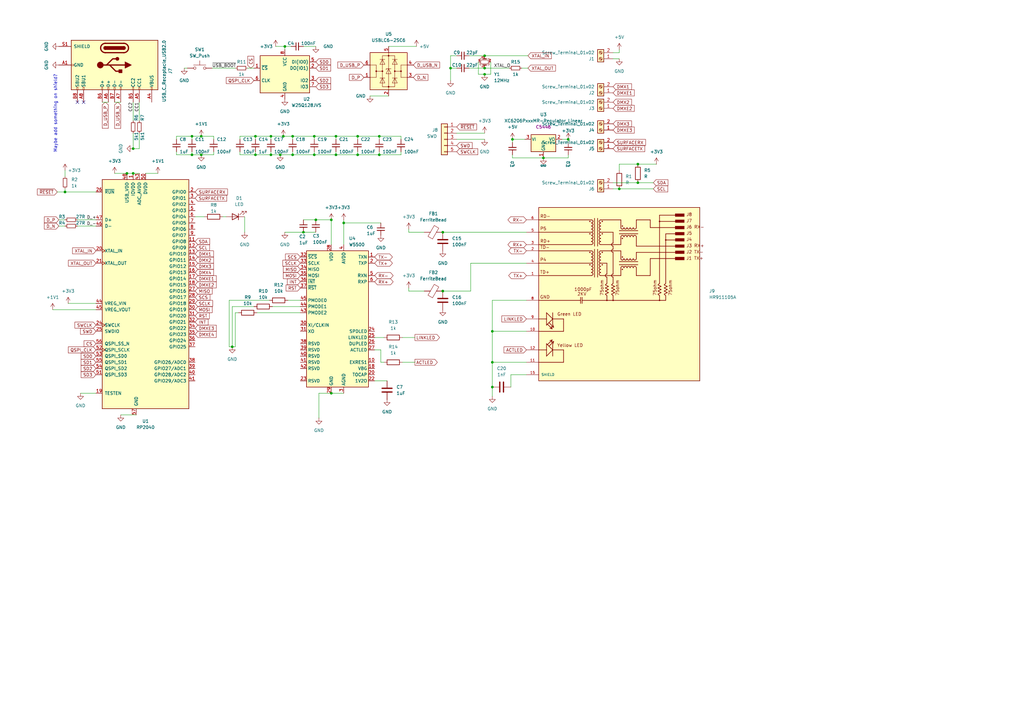
<source format=kicad_sch>
(kicad_sch (version 20250114) (generator "eeschema") (generator_version "9.0")
  (paper "A3")
  (text "Maybe add something on shield?" (at 23.495 30.48 90) (effects (font (size 1.27 1.27)) (justify right bottom)))
  (junction (at 233.045 57.15) (diameter 0.9144))
  (junction (at 181.61 119.38))
  (junction (at 222.885 64.77) (diameter 0.9144))
  (junction (at 201.93 148.59))
  (junction (at 124.46 95.25))
  (junction (at 201.93 158.75))
  (junction (at 54.61 60.96))
  (junction (at 137.795 63.5))
  (junction (at 116.205 55.88))
  (junction (at 120.015 55.88))
  (junction (at 26.67 78.74))
  (junction (at 95.25 142.24))
  (junction (at 111.125 63.5))
  (junction (at 120.015 63.5))
  (junction (at 210.185 57.15) (diameter 0.9144))
  (junction (at 155.575 63.5))
  (junction (at 198.755 27.94))
  (junction (at 135.89 161.29))
  (junction (at 78.74 63.5))
  (junction (at 184.785 27.94))
  (junction (at 261.62 67.31))
  (junction (at 201.93 135.89))
  (junction (at 128.905 55.88))
  (junction (at 135.89 90.17))
  (junction (at 104.775 55.88))
  (junction (at 116.84 19.05))
  (junction (at 129.54 90.17))
  (junction (at 78.74 55.88))
  (junction (at 155.575 55.88))
  (junction (at 82.55 55.88))
  (junction (at 146.685 55.88))
  (junction (at 198.755 22.86))
  (junction (at 114.935 63.5))
  (junction (at 146.685 63.5))
  (junction (at 181.61 95.25))
  (junction (at 261.62 74.93))
  (junction (at 137.795 55.88))
  (junction (at 198.755 30.48))
  (junction (at 104.775 63.5))
  (junction (at 140.97 91.44))
  (junction (at 82.55 63.5))
  (junction (at 128.905 63.5))
  (junction (at 52.07 71.12))
  (junction (at 254 77.47))
  (junction (at 54.61 71.12))
  (junction (at 111.125 55.88))
  (no_connect (at 31.75 41.91))
  (no_connect (at 34.29 41.91))
  (wire (pts (xy 111.125 55.88) (xy 111.125 57.15)))
  (wire (pts (xy 155.575 55.88) (xy 155.575 57.15)))
  (wire (pts (xy 201.93 148.59) (xy 201.93 158.75)))
  (wire (pts (xy 46.99 71.12) (xy 52.07 71.12)))
  (wire (pts (xy 120.015 63.5) (xy 120.015 62.23)))
  (wire (pts (xy 251.46 24.13) (xy 254 24.13)))
  (wire (pts (xy 72.39 63.5) (xy 78.74 63.5)))
  (wire (pts (xy 222.885 64.77) (xy 233.045 64.77)))
  (wire (pts (xy 146.685 55.88) (xy 155.575 55.88)))
  (wire (pts (xy 120.015 55.88) (xy 120.015 57.15)))
  (wire (pts (xy 215.9 123.19) (xy 201.93 123.19)))
  (wire (pts (xy 210.185 57.15) (xy 210.185 58.42)))
  (wire (pts (xy 49.53 170.18) (xy 55.88 170.18)))
  (wire (pts (xy 111.125 63.5) (xy 114.935 63.5)))
  (wire (pts (xy 146.685 55.88) (xy 146.685 57.15)))
  (wire (pts (xy 130.81 161.29) (xy 130.81 171.45)))
  (wire (pts (xy 104.14 125.73) (xy 95.25 125.73)))
  (wire (pts (xy 98.425 55.88) (xy 104.775 55.88)))
  (wire (pts (xy 129.54 90.17) (xy 135.89 90.17)))
  (wire (pts (xy 111.76 125.73) (xy 123.19 125.73)))
  (wire (pts (xy 130.81 161.29) (xy 135.89 161.29)))
  (wire (pts (xy 59.69 71.12) (xy 64.77 71.12)))
  (wire (pts (xy 137.795 63.5) (xy 146.685 63.5)))
  (wire (pts (xy 201.93 158.75) (xy 201.93 162.56)))
  (wire (pts (xy 198.755 27.94) (xy 208.915 27.94)))
  (wire (pts (xy 33.02 161.29) (xy 39.37 161.29)))
  (wire (pts (xy 167.64 93.98) (xy 167.64 95.25)))
  (wire (pts (xy 98.425 63.5) (xy 104.775 63.5)))
  (wire (pts (xy 52.07 71.12) (xy 54.61 71.12)))
  (wire (pts (xy 80.01 88.9) (xy 83.82 88.9)))
  (wire (pts (xy 118.11 123.19) (xy 123.19 123.19)))
  (wire (pts (xy 44.45 41.91) (xy 41.91 41.91)))
  (wire (pts (xy 233.045 63.5) (xy 233.045 64.77)))
  (wire (pts (xy 104.775 63.5) (xy 111.125 63.5)))
  (wire (pts (xy 57.15 41.91) (xy 57.15 49.53)))
  (wire (pts (xy 155.575 63.5) (xy 164.465 63.5)))
  (wire (pts (xy 98.425 62.23) (xy 98.425 63.5)))
  (wire (pts (xy 39.37 127) (xy 21.59 127)))
  (wire (pts (xy 97.79 128.27) (xy 96.52 128.27)))
  (wire (pts (xy 156.21 148.59) (xy 156.21 143.51)))
  (wire (pts (xy 57.15 60.96) (xy 54.61 60.96)))
  (wire (pts (xy 193.04 119.38) (xy 193.04 107.95)))
  (wire (pts (xy 146.685 63.5) (xy 155.575 63.5)))
  (wire (pts (xy 164.465 63.5) (xy 164.465 62.23)))
  (wire (pts (xy 78.74 63.5) (xy 82.55 63.5)))
  (wire (pts (xy 104.775 62.23) (xy 104.775 63.5)))
  (wire (pts (xy 192.405 27.94) (xy 198.755 27.94)))
  (wire (pts (xy 95.25 125.73) (xy 95.25 142.24)))
  (wire (pts (xy 267.97 77.47) (xy 254 77.47)))
  (wire (pts (xy 187.325 22.86) (xy 184.785 22.86)))
  (wire (pts (xy 164.465 55.88) (xy 164.465 57.15)))
  (wire (pts (xy 98.425 57.15) (xy 98.425 55.88)))
  (wire (pts (xy 54.61 71.12) (xy 57.15 71.12)))
  (wire (pts (xy 170.18 138.43) (xy 165.1 138.43)))
  (wire (pts (xy 26.67 77.47) (xy 26.67 78.74)))
  (wire (pts (xy 72.39 62.23) (xy 72.39 63.5)))
  (wire (pts (xy 78.74 55.88) (xy 72.39 55.88)))
  (wire (pts (xy 181.61 119.38) (xy 193.04 119.38)))
  (wire (pts (xy 137.795 62.23) (xy 137.795 63.5)))
  (wire (pts (xy 93.98 123.19) (xy 93.98 142.24)))
  (wire (pts (xy 193.04 107.95) (xy 215.9 107.95)))
  (wire (pts (xy 198.755 57.15) (xy 187.325 57.15)))
  (wire (pts (xy 215.9 135.89) (xy 201.93 135.89)))
  (wire (pts (xy 187.325 54.61) (xy 198.755 54.61)))
  (wire (pts (xy 26.67 69.85) (xy 26.67 72.39)))
  (wire (pts (xy 254 69.85) (xy 254 67.31)))
  (wire (pts (xy 116.205 55.88) (xy 120.015 55.88)))
  (wire (pts (xy 222.885 64.77) (xy 210.185 64.77)))
  (wire (pts (xy 201.93 148.59) (xy 215.9 148.59)))
  (wire (pts (xy 27.94 124.46) (xy 39.37 124.46)))
  (wire (pts (xy 233.045 57.15) (xy 233.045 58.42)))
  (wire (pts (xy 114.935 63.5) (xy 120.015 63.5)))
  (wire (pts (xy 210.185 63.5) (xy 210.185 64.77)))
  (wire (pts (xy 128.905 55.88) (xy 128.905 57.15)))
  (wire (pts (xy 267.97 74.93) (xy 261.62 74.93)))
  (wire (pts (xy 209.55 153.67) (xy 209.55 158.75)))
  (wire (pts (xy 159.385 19.05) (xy 170.815 19.05)))
  (wire (pts (xy 116.84 95.25) (xy 124.46 95.25)))
  (wire (pts (xy 157.48 138.43) (xy 153.67 138.43)))
  (wire (pts (xy 105.41 128.27) (xy 123.19 128.27)))
  (wire (pts (xy 54.61 54.61) (xy 54.61 60.96)))
  (wire (pts (xy 261.62 74.93) (xy 251.46 74.93)))
  (wire (pts (xy 113.03 19.05) (xy 116.84 19.05)))
  (wire (pts (xy 173.99 119.38) (xy 167.64 119.38)))
  (wire (pts (xy 140.97 90.17) (xy 140.97 91.44)))
  (wire (pts (xy 155.575 63.5) (xy 155.575 62.23)))
  (wire (pts (xy 54.61 41.91) (xy 54.61 49.53)))
  (wire (pts (xy 184.785 27.94) (xy 187.325 27.94)))
  (wire (pts (xy 155.575 55.88) (xy 164.465 55.88)))
  (wire (pts (xy 201.93 135.89) (xy 201.93 148.59)))
  (wire (pts (xy 184.785 27.94) (xy 184.785 33.02)))
  (wire (pts (xy 110.49 123.19) (xy 93.98 123.19)))
  (wire (pts (xy 111.125 62.23) (xy 111.125 63.5)))
  (wire (pts (xy 124.46 95.25) (xy 129.54 95.25)))
  (wire (pts (xy 31.75 90.17) (xy 39.37 90.17)))
  (wire (pts (xy 82.55 63.5) (xy 87.63 63.5)))
  (wire (pts (xy 157.48 148.59) (xy 156.21 148.59)))
  (wire (pts (xy 196.215 30.48) (xy 198.755 30.48)))
  (wire (pts (xy 135.89 161.29) (xy 140.97 161.29)))
  (wire (pts (xy 254 77.47) (xy 251.46 77.47)))
  (wire (pts (xy 153.67 156.21) (xy 158.75 156.21)))
  (wire (pts (xy 128.905 55.88) (xy 137.795 55.88)))
  (wire (pts (xy 140.97 91.44) (xy 156.21 91.44)))
  (wire (pts (xy 86.995 27.94) (xy 96.52 27.94)))
  (wire (pts (xy 254 67.31) (xy 261.62 67.31)))
  (wire (pts (xy 104.775 55.88) (xy 104.775 57.15)))
  (wire (pts (xy 75.565 27.94) (xy 76.835 27.94)))
  (wire (pts (xy 82.55 55.88) (xy 78.74 55.88)))
  (wire (pts (xy 24.13 90.17) (xy 26.67 90.17)))
  (wire (pts (xy 100.33 88.9) (xy 100.33 95.25)))
  (wire (pts (xy 210.185 57.15) (xy 215.265 57.15)))
  (wire (pts (xy 251.46 21.59) (xy 254 21.59)))
  (wire (pts (xy 111.125 55.88) (xy 104.775 55.88)))
  (wire (pts (xy 111.125 55.88) (xy 116.205 55.88)))
  (wire (pts (xy 78.74 55.88) (xy 78.74 57.15)))
  (wire (pts (xy 120.015 63.5) (xy 128.905 63.5)))
  (wire (pts (xy 230.505 57.15) (xy 233.045 57.15)))
  (wire (pts (xy 181.61 95.25) (xy 215.9 95.25)))
  (wire (pts (xy 137.795 55.88) (xy 146.685 55.88)))
  (wire (pts (xy 23.495 78.74) (xy 26.67 78.74)))
  (wire (pts (xy 151.765 39.37) (xy 159.385 39.37)))
  (wire (pts (xy 198.755 22.86) (xy 216.535 22.86)))
  (wire (pts (xy 101.6 27.94) (xy 104.14 27.94)))
  (wire (pts (xy 72.39 55.88) (xy 72.39 57.15)))
  (wire (pts (xy 146.685 62.23) (xy 146.685 63.5)))
  (wire (pts (xy 87.63 63.5) (xy 87.63 62.23)))
  (wire (pts (xy 196.215 25.4) (xy 196.215 30.48)))
  (wire (pts (xy 128.905 63.5) (xy 137.795 63.5)))
  (wire (pts (xy 192.405 22.86) (xy 198.755 22.86)))
  (wire (pts (xy 184.785 22.86) (xy 184.785 27.94)))
  (wire (pts (xy 93.98 142.24) (xy 95.25 142.24)))
  (wire (pts (xy 91.44 88.9) (xy 92.71 88.9)))
  (wire (pts (xy 57.15 54.61) (xy 57.15 60.96)))
  (wire (pts (xy 173.99 95.25) (xy 167.64 95.25)))
  (wire (pts (xy 261.62 67.31) (xy 269.24 67.31)))
  (wire (pts (xy 124.46 90.17) (xy 129.54 90.17)))
  (wire (pts (xy 31.75 92.71) (xy 39.37 92.71)))
  (wire (pts (xy 82.55 55.88) (xy 87.63 55.88)))
  (wire (pts (xy 135.89 90.17) (xy 135.89 100.33)))
  (wire (pts (xy 156.21 143.51) (xy 153.67 143.51)))
  (wire (pts (xy 116.84 19.05) (xy 119.38 19.05)))
  (wire (pts (xy 49.53 41.91) (xy 46.99 41.91)))
  (wire (pts (xy 96.52 128.27) (xy 96.52 142.24)))
  (wire (pts (xy 116.84 19.05) (xy 116.84 20.32)))
  (wire (pts (xy 167.64 118.11) (xy 167.64 119.38)))
  (wire (pts (xy 95.25 142.24) (xy 96.52 142.24)))
  (wire (pts (xy 120.015 55.88) (xy 128.905 55.88)))
  (wire (pts (xy 254 20.32) (xy 254 21.59)))
  (wire (pts (xy 87.63 55.88) (xy 87.63 57.15)))
  (wire (pts (xy 201.93 123.19) (xy 201.93 135.89)))
  (wire (pts (xy 140.97 91.44) (xy 140.97 100.33)))
  (wire (pts (xy 215.9 153.67) (xy 209.55 153.67)))
  (wire (pts (xy 201.295 25.4) (xy 201.295 30.48)))
  (wire (pts (xy 128.905 63.5) (xy 128.905 62.23)))
  (wire (pts (xy 137.795 55.88) (xy 137.795 57.15)))
  (wire (pts (xy 78.74 62.23) (xy 78.74 63.5)))
  (wire (pts (xy 165.1 148.59) (xy 170.18 148.59)))
  (wire (pts (xy 24.13 92.71) (xy 26.67 92.71)))
  (wire (pts (xy 201.295 30.48) (xy 198.755 30.48)))
  (wire (pts (xy 124.46 19.05) (xy 129.54 19.05)))
  (wire (pts (xy 26.67 78.74) (xy 39.37 78.74)))
  (wire (pts (xy 213.995 27.94) (xy 216.535 27.94)))
  (label "XTAL_O" (at 202.565 27.94 0))
  (label "D_+" (at 35.56 90.17 0))
  (label "CC1" (at 57.15 41.91 270))
  (label "CC2" (at 54.61 41.91 270))
  (label "~{USB_BOOT}" (at 86.995 27.94 0))
  (label "D_-" (at 35.56 92.71 0))
  (global_label "DMXE3" (shape input) (at 80.01 134.62 0) (property "Intersheetrefs" "${INTERSHEET_REFS}" (effects (hide yes))))
  (global_label "D_USB_N" (shape input) (at 169.545 26.67 0) (property "Intersheetrefs" "${INTERSHEET_REFS}" (effects (hide yes))))
  (global_label "MISO" (shape input) (at 80.01 119.38 0) (property "Intersheetrefs" "${INTERSHEET_REFS}" (effects (hide yes))))
  (global_label "LINKLED" (shape output) (at 170.18 138.43 0) (property "Intersheetrefs" "${INTERSHEET_REFS}" (effects (hide yes))))
  (global_label "DMX4" (shape input) (at 80.01 111.76 0) (property "Intersheetrefs" "${INTERSHEET_REFS}" (effects (hide yes))))
  (global_label "D_N" (shape input) (at 169.545 31.75 0) (property "Intersheetrefs" "${INTERSHEET_REFS}" (effects (hide yes))))
  (global_label "MOSI" (shape input) (at 123.19 113.03 180) (property "Intersheetrefs" "${INTERSHEET_REFS}" (effects (hide yes))))
  (global_label "QSPI_CLK" (shape input) (at 39.37 143.51 180) (property "Intersheetrefs" "${INTERSHEET_REFS}" (effects (hide yes))))
  (global_label "SURFACETX" (shape input) (at 251.46 60.96 0) (property "Intersheetrefs" "${INTERSHEET_REFS}" (effects (hide yes))))
  (global_label "RX+" (shape bidirectional) (at 153.67 115.57 0) (property "Intersheetrefs" "${INTERSHEET_REFS}" (effects (hide yes))))
  (global_label "CS" (shape input) (at 102.87 27.94 90) (property "Intersheetrefs" "${INTERSHEET_REFS}" (effects (hide yes))))
  (global_label "DMXE2" (shape input) (at 80.01 116.84 0) (property "Intersheetrefs" "${INTERSHEET_REFS}" (effects (hide yes))))
  (global_label "ACTLED" (shape output) (at 170.18 148.59 0) (property "Intersheetrefs" "${INTERSHEET_REFS}" (effects (hide yes))))
  (global_label "SD3" (shape input) (at 39.37 153.67 180) (property "Intersheetrefs" "${INTERSHEET_REFS}" (effects (hide yes))))
  (global_label "DMXE2" (shape input) (at 251.46 44.45 0) (property "Intersheetrefs" "${INTERSHEET_REFS}" (effects (hide yes))))
  (global_label "DMX2" (shape input) (at 80.01 106.68 0) (property "Intersheetrefs" "${INTERSHEET_REFS}" (effects (hide yes))))
  (global_label "DMXE3" (shape input) (at 251.46 53.34 0) (property "Intersheetrefs" "${INTERSHEET_REFS}" (effects (hide yes))))
  (global_label "~{RESET}" (shape input) (at 23.495 78.74 180) (property "Intersheetrefs" "${INTERSHEET_REFS}" (effects (hide yes))))
  (global_label "SDA" (shape input) (at 267.97 74.93 0) (property "Intersheetrefs" "${INTERSHEET_REFS}" (effects (hide yes))))
  (global_label "SWCLK" (shape input) (at 39.37 133.35 180) (property "Intersheetrefs" "${INTERSHEET_REFS}" (effects (hide yes))))
  (global_label "SURFACERX" (shape input) (at 251.46 58.42 0) (property "Intersheetrefs" "${INTERSHEET_REFS}" (effects (hide yes))))
  (global_label "LINKLED" (shape input) (at 215.9 130.81 180) (property "Intersheetrefs" "${INTERSHEET_REFS}" (effects (hide yes))))
  (global_label "XTAL_OUT" (shape input) (at 39.37 107.95 180) (property "Intersheetrefs" "${INTERSHEET_REFS}" (effects (hide yes))))
  (global_label "RX-" (shape bidirectional) (at 153.67 113.03 0) (property "Intersheetrefs" "${INTERSHEET_REFS}" (effects (hide yes))))
  (global_label "MOSI" (shape input) (at 80.01 127 0) (property "Intersheetrefs" "${INTERSHEET_REFS}" (effects (hide yes))))
  (global_label "D_USB_N" (shape input) (at 48.26 41.91 270) (property "Intersheetrefs" "${INTERSHEET_REFS}" (effects (hide yes))))
  (global_label "TX-" (shape bidirectional) (at 215.9 102.87 180) (property "Intersheetrefs" "${INTERSHEET_REFS}" (effects (hide yes))))
  (global_label "D_USB_P" (shape input) (at 149.225 26.67 180) (property "Intersheetrefs" "${INTERSHEET_REFS}" (effects (hide yes))))
  (global_label "SURFACETX" (shape input) (at 80.01 81.28 0) (property "Intersheetrefs" "${INTERSHEET_REFS}" (effects (hide yes))))
  (global_label "DMX3" (shape input) (at 80.01 109.22 0) (property "Intersheetrefs" "${INTERSHEET_REFS}" (effects (hide yes))))
  (global_label "ACTLED" (shape input) (at 215.9 143.51 180) (property "Intersheetrefs" "${INTERSHEET_REFS}" (effects (hide yes))))
  (global_label "SD0" (shape input) (at 129.54 25.4 0) (property "Intersheetrefs" "${INTERSHEET_REFS}" (effects (hide yes))))
  (global_label "SD1" (shape input) (at 39.37 148.59 180) (property "Intersheetrefs" "${INTERSHEET_REFS}" (effects (hide yes))))
  (global_label "SWD" (shape input) (at 39.37 135.89 180) (property "Intersheetrefs" "${INTERSHEET_REFS}" (effects (hide yes))))
  (global_label "QSPI_CLK" (shape input) (at 104.14 33.02 180) (property "Intersheetrefs" "${INTERSHEET_REFS}" (effects (hide yes))))
  (global_label "SD2" (shape input) (at 129.54 33.02 0) (property "Intersheetrefs" "${INTERSHEET_REFS}" (effects (hide yes))))
  (global_label "SD2" (shape input) (at 39.37 151.13 180) (property "Intersheetrefs" "${INTERSHEET_REFS}" (effects (hide yes))))
  (global_label "SD1" (shape input) (at 129.54 27.94 0) (property "Intersheetrefs" "${INTERSHEET_REFS}" (effects (hide yes))))
  (global_label "RX-" (shape bidirectional) (at 215.9 90.17 180) (property "Intersheetrefs" "${INTERSHEET_REFS}" (effects (hide yes))))
  (global_label "D_P" (shape input) (at 149.225 31.75 180) (property "Intersheetrefs" "${INTERSHEET_REFS}" (effects (hide yes))))
  (global_label "SD0" (shape input) (at 39.37 146.05 180) (property "Intersheetrefs" "${INTERSHEET_REFS}" (effects (hide yes))))
  (global_label "INT" (shape input) (at 123.19 115.57 180) (property "Intersheetrefs" "${INTERSHEET_REFS}" (effects (hide yes))))
  (global_label "TX+" (shape bidirectional) (at 215.9 113.03 180) (property "Intersheetrefs" "${INTERSHEET_REFS}" (effects (hide yes))))
  (global_label "RST" (shape input) (at 80.01 129.54 0) (property "Intersheetrefs" "${INTERSHEET_REFS}" (effects (hide yes))))
  (global_label "SD3" (shape input) (at 129.54 35.56 0) (property "Intersheetrefs" "${INTERSHEET_REFS}" (effects (hide yes))))
  (global_label "D_P" (shape input) (at 24.13 90.17 180) (property "Intersheetrefs" "${INTERSHEET_REFS}" (effects (hide yes))))
  (global_label "D_N" (shape input) (at 24.13 92.71 180) (property "Intersheetrefs" "${INTERSHEET_REFS}" (effects (hide yes))))
  (global_label "SCL" (shape input) (at 267.97 77.47 0) (property "Intersheetrefs" "${INTERSHEET_REFS}" (effects (hide yes))))
  (global_label "DMXE4" (shape input) (at 80.01 137.16 0) (property "Intersheetrefs" "${INTERSHEET_REFS}" (effects (hide yes))))
  (global_label "SCS" (shape input) (at 123.19 105.41 180) (property "Intersheetrefs" "${INTERSHEET_REFS}" (effects (hide yes))))
  (global_label "TX-" (shape bidirectional) (at 153.67 105.41 0) (property "Intersheetrefs" "${INTERSHEET_REFS}" (effects (hide yes))))
  (global_label "SWCLK" (shape input) (at 187.325 62.23 0) (property "Intersheetrefs" "${INTERSHEET_REFS}" (effects (hide yes))))
  (global_label "SURFACERX" (shape input) (at 80.01 78.74 0) (property "Intersheetrefs" "${INTERSHEET_REFS}" (effects (hide yes))))
  (global_label "MISO" (shape input) (at 123.19 110.49 180) (property "Intersheetrefs" "${INTERSHEET_REFS}" (effects (hide yes))))
  (global_label "D_USB_P" (shape input) (at 43.18 41.91 270) (property "Intersheetrefs" "${INTERSHEET_REFS}" (effects (hide yes))))
  (global_label "SCLK" (shape input) (at 123.19 107.95 180) (property "Intersheetrefs" "${INTERSHEET_REFS}" (effects (hide yes))))
  (global_label "DMX2" (shape input) (at 251.46 41.91 0) (property "Intersheetrefs" "${INTERSHEET_REFS}" (effects (hide yes))))
  (global_label "DMX1" (shape input) (at 251.46 35.56 0) (property "Intersheetrefs" "${INTERSHEET_REFS}" (effects (hide yes))))
  (global_label "XTAL_IN" (shape input) (at 216.535 22.86 0) (property "Intersheetrefs" "${INTERSHEET_REFS}" (effects (hide yes))))
  (global_label "SCLK" (shape input) (at 80.01 124.46 0) (property "Intersheetrefs" "${INTERSHEET_REFS}" (effects (hide yes))))
  (global_label "XTAL_OUT" (shape input) (at 216.535 27.94 0) (property "Intersheetrefs" "${INTERSHEET_REFS}" (effects (hide yes))))
  (global_label "SCS" (shape input) (at 80.01 121.92 0) (property "Intersheetrefs" "${INTERSHEET_REFS}" (effects (hide yes))))
  (global_label "RX+" (shape bidirectional) (at 215.9 100.33 180) (property "Intersheetrefs" "${INTERSHEET_REFS}" (effects (hide yes))))
  (global_label "SWD" (shape input) (at 187.325 59.69 0) (property "Intersheetrefs" "${INTERSHEET_REFS}" (effects (hide yes))))
  (global_label "~{RESET}" (shape input) (at 187.325 52.07 0) (property "Intersheetrefs" "${INTERSHEET_REFS}" (effects (hide yes))))
  (global_label "INT" (shape input) (at 80.01 132.08 0) (property "Intersheetrefs" "${INTERSHEET_REFS}" (effects (hide yes))))
  (global_label "CS" (shape input) (at 39.37 140.97 180) (property "Intersheetrefs" "${INTERSHEET_REFS}" (effects (hide yes))))
  (global_label "DMX3" (shape input) (at 251.46 50.8 0) (property "Intersheetrefs" "${INTERSHEET_REFS}" (effects (hide yes))))
  (global_label "RST" (shape input) (at 123.19 118.11 180) (property "Intersheetrefs" "${INTERSHEET_REFS}" (effects (hide yes))))
  (global_label "XTAL_IN" (shape input) (at 39.37 102.87 180) (property "Intersheetrefs" "${INTERSHEET_REFS}" (effects (hide yes))))
  (global_label "SDA" (shape input) (at 80.01 99.06 0) (property "Intersheetrefs" "${INTERSHEET_REFS}" (effects (hide yes))))
  (global_label "DMXE1" (shape input) (at 251.46 38.1 0) (property "Intersheetrefs" "${INTERSHEET_REFS}" (effects (hide yes))))
  (global_label "TX+" (shape bidirectional) (at 153.67 107.95 0) (property "Intersheetrefs" "${INTERSHEET_REFS}" (effects (hide yes))))
  (global_label "DMX1" (shape input) (at 80.01 104.14 0) (property "Intersheetrefs" "${INTERSHEET_REFS}" (effects (hide yes))))
  (global_label "DMXE1" (shape input) (at 80.01 114.3 0) (property "Intersheetrefs" "${INTERSHEET_REFS}" (effects (hide yes))))
  (global_label "SCL" (shape input) (at 80.01 101.6 0) (property "Intersheetrefs" "${INTERSHEET_REFS}" (effects (hide yes))))
  (symbol (lib_id "Device:R_Small") (at 54.61 52.07 0) (unit 1)
    (property "Reference" "R6" (at 55.88 48.26 90))
    (property "Value" "5k1" (at 55.88 55.88 90))
    (property "Footprint" "Resistor_SMD:R_0402_1005Metric" (effects (hide yes)))
    (property "LCSC" "C25905" (effects (hide yes)))
  )
  (symbol (lib_id "Power_Protection:USBLC6-2SC6") (at 159.385 29.21 0) (unit 1)
    (property "Reference" "U5" (at 159.385 13.97 0))
    (property "Value" "USBLC6-2SC6" (at 159.385 16.51 0))
    (property "Footprint" "Package_TO_SOT_SMD:SOT-23-6" (effects (hide yes)))
    (property "Datasheet" "https://www.st.com/resource/en/datasheet/usblc6-2.pdf" (effects (hide yes)))
    (property "LCSC" "C2827654" (effects (hide yes)))
  )
  (symbol (lib_name "GND_5") (lib_id "power:GND") (at 158.75 163.83 0) (unit 1)
    (property "Reference" "#PWR031" (effects (hide yes)))
    (property "Value" "GND" (at 158.75 168.91 0))
    (property "Description" "Power symbol creates a global label with name \"GND\" , ground" (effects (hide yes)))
  )
  (symbol (lib_id "Device:C_Small") (at 137.795 59.69 0) (unit 1)
    (property "Reference" "C21" (at 139.065 57.1499 0) (effects (justify left)))
    (property "Value" "100nF" (at 139.065 62.2299 0) (effects (justify left)))
    (property "Footprint" "Capacitor_SMD:C_0402_1005Metric" (effects (hide yes)))
    (property "LCSC" "C1525" (effects (hide yes)))
  )
  (symbol (lib_id "power:GND") (at 24.13 19.05 270) (unit 1)
    (property "Reference" "#PWR01" (effects (hide yes)))
    (property "Value" "GND" (at 19.05 19.05 0))
  )
  (symbol (lib_id "power:+3V3") (at 113.03 19.05 0) (unit 1)
    (property "Reference" "#PWR021" (effects (hide yes)))
    (property "Value" "+3V3" (at 109.22 19.05 0))
  )
  (symbol (lib_id "Connector:Screw_Terminal_01x02") (at 246.38 60.96 180) (unit 1)
    (property "Reference" "J5" (at 243.84 60.9601 0) (effects (justify left)))
    (property "Value" "Screw_Terminal_01x02" (at 243.84 58.4201 0) (effects (justify left)))
    (property "Footprint" "TerminalBlock:TerminalBlock_Xinya_XY308-2.54-2P_1x02_P2.54mm_Horizontal" (effects (hide yes)))
    (property "Description" "Generic screw terminal, single row, 01x02, script generated (kicad-library-utils/schlib/autogen/connector/)" (effects (hide yes)))
  )
  (symbol (lib_id "Sleep-lib:RP2040") (at 59.69 121.92 0) (unit 1)
    (property "Reference" "U1" (at 59.69 172.72 0))
    (property "Value" "RP2040" (at 59.69 175.26 0))
    (property "Footprint" "Package_DFN_QFN:QFN-56-1EP_7x7mm_P0.4mm_EP3.2x3.2mm_ThermalVias" (effects (hide yes)))
    (property "Datasheet" "https://datasheets.raspberrypi.com/rp2040/rp2040-datasheet.pdf" (effects (hide yes)))
    (property "LCSC" "C2040" (effects (hide yes)))
  )
  (symbol (lib_id "Connector:Screw_Terminal_01x02") (at 246.38 24.13 180) (unit 1)
    (property "Reference" "J1" (at 243.84 24.1301 0) (effects (justify left)))
    (property "Value" "Screw_Terminal_01x02" (at 243.84 21.5901 0) (effects (justify left)))
    (property "Footprint" "TerminalBlock:TerminalBlock_Xinya_XY308-2.54-2P_1x02_P2.54mm_Horizontal" (effects (hide yes)))
    (property "Description" "Generic screw terminal, single row, 01x02, script generated (kicad-library-utils/schlib/autogen/connector/)" (effects (hide yes)))
  )
  (symbol (lib_name "GND_3") (lib_id "power:GND") (at 95.25 142.24 0) (unit 1)
    (property "Reference" "#PWR016" (effects (hide yes)))
    (property "Value" "GND" (at 95.25 147.32 0))
    (property "Description" "Power symbol creates a global label with name \"GND\" , ground" (effects (hide yes)))
  )
  (symbol (lib_id "Device:R") (at 101.6 128.27 90) (unit 1)
    (property "Reference" "R9" (at 101.6 121.92 90))
    (property "Value" "10k" (at 101.6 124.46 90))
    (property "Footprint" "Resistor_SMD:R_0402_1005Metric" (effects (hide yes)))
    (property "Description" "Resistor" (effects (hide yes)))
  )
  (symbol (lib_id "Device:R") (at 161.29 148.59 90) (unit 1)
    (property "Reference" "R14" (at 161.29 142.24 90))
    (property "Value" "1k" (at 161.29 144.78 90))
    (property "Footprint" "Resistor_SMD:R_0402_1005Metric" (effects (hide yes)))
    (property "Description" "Resistor" (effects (hide yes)))
  )
  (symbol (lib_name "+3V3_2") (lib_id "power:+3V3") (at 140.97 90.17 0) (unit 1)
    (property "Reference" "#PWR026" (effects (hide yes)))
    (property "Value" "+3V3" (at 140.97 85.09 0))
    (property "Description" "Power symbol creates a global label with name \"+3V3\"" (effects (hide yes)))
  )
  (symbol (lib_id "Device:C_Small") (at 129.54 92.71 0) (unit 1)
    (property "Reference" "C3" (at 128.27 96.774 0) (effects (justify left)))
    (property "Value" "100nF" (at 128.27 99.314 0) (effects (justify left)))
    (property "Footprint" "Capacitor_SMD:C_0402_1005Metric" (effects (hide yes)))
    (property "Description" "Unpolarized capacitor, small symbol" (effects (hide yes)))
  )
  (symbol (lib_id "power:GND") (at 114.935 63.5 0) (unit 1)
    (property "Reference" "#PWR041" (effects (hide yes)))
    (property "Value" "GND" (at 114.935 68.58 0))
  )
  (symbol (lib_id "Device:C_Small") (at 124.46 92.71 0) (unit 1)
    (property "Reference" "C2" (at 122.682 97.028 0) (effects (justify left)))
    (property "Value" "1uF" (at 122.682 99.568 0) (effects (justify left)))
    (property "Footprint" "Capacitor_SMD:C_0402_1005Metric" (effects (hide yes)))
    (property "Description" "Unpolarized capacitor, small symbol" (effects (hide yes)))
  )
  (symbol (lib_id "Device:C_Small") (at 98.425 59.69 0) (unit 1)
    (property "Reference" "C13" (at 99.695 57.1499 0) (effects (justify left)))
    (property "Value" "10uF" (at 99.695 62.2299 0) (effects (justify left)))
    (property "Footprint" "Capacitor_SMD:C_0402_1005Metric" (effects (hide yes)))
    (property "LCSC" "C15525" (effects (hide yes)))
  )
  (symbol (lib_id "power:+3V3") (at 198.755 54.61 0) (unit 1)
    (property "Reference" "#PWR017" (effects (hide yes)))
    (property "Value" "+3V3" (at 198.755 49.53 0))
  )
  (symbol (lib_id "Connector:USB_C_Receptacle_USB2.0") (at 46.99 26.67 270) (unit 1)
    (property "Reference" "J7" (at 69.85 29.1465 0))
    (property "Value" "USB_C_Receptacle_USB2.0" (at 67.31 29.1465 0))
    (property "Footprint" "TYPE-C-31-M-12:HRO_TYPE-C-31-M-12" (effects (hide yes)))
    (property "Datasheet" "https://www.usb.org/sites/default/files/documents/usb_type-c.zip" (effects (hide yes)))
    (property "LCSC" "C165948" (effects (hide yes)))
  )
  (symbol (lib_id "power:GND") (at 198.755 30.48 0) (unit 1)
    (property "Reference" "#PWR032" (effects (hide yes)))
    (property "Value" "GND" (at 198.755 35.56 0))
  )
  (symbol (lib_id "Device:R") (at 254 73.66 0) (unit 1)
    (property "Reference" "R1" (at 256.54 72.3899 0) (effects (justify left)))
    (property "Value" "R" (at 256.54 74.9299 0) (effects (justify left)))
    (property "Footprint" "Resistor_SMD:R_0402_1005Metric" (effects (hide yes)))
    (property "Description" "Resistor" (effects (hide yes)))
  )
  (symbol (lib_id "Device:C_Small") (at 164.465 59.69 0) (unit 1)
    (property "Reference" "C24" (at 165.735 57.1499 0) (effects (justify left)))
    (property "Value" "100nF" (at 165.735 62.2299 0) (effects (justify left)))
    (property "Footprint" "Capacitor_SMD:C_0402_1005Metric" (effects (hide yes)))
    (property "LCSC" "C1525" (effects (hide yes)))
  )
  (symbol (lib_id "power:GND") (at 49.53 170.18 0) (unit 1)
    (property "Reference" "#PWR012" (effects (hide yes)))
    (property "Value" "GND" (at 49.53 175.26 0))
  )
  (symbol (lib_id "Device:C_Small") (at 156.21 93.98 0) (unit 1)
    (property "Reference" "C6" (at 150.368 93.218 0) (effects (justify left)))
    (property "Value" "1uF" (at 150.368 95.758 0) (effects (justify left)))
    (property "Footprint" "Capacitor_SMD:C_0402_1005Metric" (effects (hide yes)))
    (property "Description" "Unpolarized capacitor, small symbol" (effects (hide yes)))
  )
  (symbol (lib_id "power:GND") (at 116.84 40.64 0) (unit 1)
    (property "Reference" "#PWR023" (effects (hide yes)))
    (property "Value" "GND" (at 116.84 45.72 0))
  )
  (symbol (lib_id "Switch:SW_Push") (at 81.915 27.94 0) (unit 1) (in_bom no)
    (property "Reference" "SW1" (at 81.915 20.32 0))
    (property "Value" "SW_Push" (at 81.915 22.86 0))
    (property "Footprint" "Connector_PinSocket_2.54mm:PinSocket_1x02_P2.54mm_Vertical" (effects (hide yes)))
  )
  (symbol (lib_id "Device:C_Small") (at 72.39 59.69 0) (unit 1)
    (property "Reference" "C8" (at 73.66 57.1499 0) (effects (justify left)))
    (property "Value" "1uF" (at 73.66 62.2299 0) (effects (justify left)))
    (property "Footprint" "Capacitor_SMD:C_0402_1005Metric" (effects (hide yes)))
    (property "LCSC" "C52923" (effects (hide yes)))
  )
  (symbol (lib_name "GND_5") (lib_id "power:GND") (at 181.61 102.87 0) (unit 1)
    (property "Reference" "#PWR039" (effects (hide yes)))
    (property "Value" "GND" (at 181.61 107.95 0))
    (property "Description" "Power symbol creates a global label with name \"GND\" , ground" (effects (hide yes)))
  )
  (symbol (lib_id "power:+3V3") (at 27.94 124.46 0) (unit 1)
    (property "Reference" "#PWR07" (effects (hide yes)))
    (property "Value" "+3V3" (at 27.94 119.38 0))
  )
  (symbol (lib_id "power:GND") (at 222.885 64.77 0) (unit 1)
    (property "Reference" "#PWR025" (effects (hide yes)))
    (property "Value" "GND" (at 222.885 67.945 0) (effects (font (size 0.762 0.762))))
  )
  (symbol (lib_id "Device:LED") (at 96.52 88.9 180) (unit 1)
    (property "Reference" "D1" (at 98.1075 81.28 0))
    (property "Value" "LED" (at 98.1075 83.82 0))
    (property "Footprint" "LED_SMD:LED_0201_0603Metric" (effects (hide yes)))
    (property "Description" "Light emitting diode" (effects (hide yes)))
    (property "Sim.Pins" "1=K 2=A" (effects (hide yes)))
  )
  (symbol (lib_id "Device:C_Small") (at 121.92 19.05 90) (unit 1)
    (property "Reference" "C4" (at 120.6499 17.78 90) (effects (justify left)))
    (property "Value" "100nF" (at 129.5399 17.78 90) (effects (justify left)))
    (property "Footprint" "Capacitor_SMD:C_0402_1005Metric" (effects (hide yes)))
    (property "LCSC" "C1525" (effects (hide yes)))
  )
  (symbol (lib_id "Device:R_Small") (at 26.67 74.93 0) (unit 1)
    (property "Reference" "R2" (at 29.21 73.6599 0) (effects (justify left)))
    (property "Value" "1k" (at 29.21 76.1999 0) (effects (justify left)))
    (property "Footprint" "Resistor_SMD:R_0402_1005Metric" (effects (hide yes)))
    (property "LCSC" "C11702" (effects (hide yes)))
  )
  (symbol (lib_id "Device:C_Small") (at 189.865 27.94 90) (unit 1)
    (property "Reference" "C10" (at 187.325 26.67 90))
    (property "Value" "22pF" (at 193.675 26.67 90))
    (property "Footprint" "Capacitor_SMD:C_0402_1005Metric" (effects (hide yes)))
    (property "LCSC" "C1555" (effects (hide yes)))
  )
  (symbol (lib_id "power:+3V3") (at 26.67 69.85 0) (unit 1)
    (property "Reference" "#PWR06" (effects (hide yes)))
    (property "Value" "+3V3" (at 30.48 69.85 0))
  )
  (symbol (lib_id "Device:C_Small") (at 233.045 60.96 180) (unit 1)
    (property "Reference" "C5" (at 233.045 66.675 0) (effects (font (size 0.762 0.762))))
    (property "Value" "1uF" (at 233.045 67.945 0) (effects (font (size 0.762 0.762))))
    (property "Footprint" "Capacitor_SMD:C_0402_1005Metric" (effects (hide yes)))
    (property "LCSC" "C52923" (effects (hide yes)))
  )
  (symbol (lib_name "+3V3_1") (lib_id "power:+3V3") (at 269.24 67.31 0) (unit 1)
    (property "Reference" "#PWR09" (effects (hide yes)))
    (property "Value" "+3V3" (at 269.24 62.23 0))
    (property "Description" "Power symbol creates a global label with name \"+3V3\"" (effects (hide yes)))
  )
  (symbol (lib_name "+5V_2") (lib_id "power:+5V") (at 254 20.32 0) (unit 1)
    (property "Reference" "#PWR04" (effects (hide yes)))
    (property "Value" "+5V" (at 254 15.24 0))
    (property "Description" "Power symbol creates a global label with name \"+5V\"" (effects (hide yes)))
  )
  (symbol (lib_id "Device:R") (at 114.3 123.19 90) (unit 1)
    (property "Reference" "R12" (at 114.3 116.84 90))
    (property "Value" "10k" (at 114.3 119.38 90))
    (property "Footprint" "Resistor_SMD:R_0402_1005Metric" (effects (hide yes)))
    (property "Description" "Resistor" (effects (hide yes)))
  )
  (symbol (lib_id "power:+3V3") (at 116.205 55.88 0) (unit 1)
    (property "Reference" "#PWR042" (effects (hide yes)))
    (property "Value" "+3V3" (at 116.205 50.8 0))
  )
  (symbol (lib_id "Device:C") (at 181.61 99.06 0) (unit 1)
    (property "Reference" "C15" (at 185.42 97.7899 0) (effects (justify left)))
    (property "Value" "100nF" (at 185.42 100.3299 0) (effects (justify left)))
    (property "Footprint" "Capacitor_SMD:C_0402_1005Metric" (effects (hide yes)))
    (property "Description" "Unpolarized capacitor" (effects (hide yes)))
  )
  (symbol (lib_id "Connector_Generic:Conn_01x05") (at 182.245 57.15 0) (mirror y) (unit 1) (in_bom no)
    (property "Reference" "J8" (at 178.435 53.34 0))
    (property "Value" "SWD" (at 177.165 55.88 0))
    (property "Footprint" "Connector_PinSocket_2.54mm:PinSocket_1x05_P2.54mm_Vertical" (effects (hide yes)))
  )
  (symbol (lib_id "power:GND") (at 184.785 33.02 0) (unit 1)
    (property "Reference" "#PWR030" (effects (hide yes)))
    (property "Value" "GND" (at 184.785 38.1 0))
  )
  (symbol (lib_id "Device:C_Small") (at 155.575 59.69 0) (unit 1)
    (property "Reference" "C23" (at 156.845 57.1499 0) (effects (justify left)))
    (property "Value" "100nF" (at 156.845 62.2299 0) (effects (justify left)))
    (property "Footprint" "Capacitor_SMD:C_0402_1005Metric" (effects (hide yes)))
    (property "LCSC" "C1525" (effects (hide yes)))
  )
  (symbol (lib_id "power:+1V1") (at 21.59 127 0) (unit 1)
    (property "Reference" "#PWR03" (effects (hide yes)))
    (property "Value" "+1V1" (at 21.59 121.92 0))
  )
  (symbol (lib_id "HR911105A:HR911105A") (at 254 120.65 0) (unit 1)
    (property "Reference" "J9" (at 290.83 119.3799 0) (effects (justify left)))
    (property "Value" "HR911105A" (at 290.83 121.9199 0) (effects (justify left)))
    (property "Footprint" "HR911105A:HANRUN_HR911105A" (effects (hide yes)))
    (property "MF" "hanrun" (effects (hide yes)))
    (property "DESCRIPTION" "DIP RJ45 Connector;" (effects (hide yes)))
    (property "PACKAGE" "None" (effects (hide yes)))
    (property "PRICE" "None" (effects (hide yes)))
    (property "Package" "None" (effects (hide yes)))
    (property "Check_prices" "https://www.snapeda.com/parts/HR911105A/HanRun/view-part/?ref=eda" (effects (hide yes)))
    (property "STANDARD" "Manufacturer Recommendation" (effects (hide yes)))
    (property "PARTREV" "A" (effects (hide yes)))
    (property "SnapEDA_Link" "https://www.snapeda.com/parts/HR911105A/HanRun/view-part/?ref=snap" (effects (hide yes)))
    (property "MP" "HR911105A" (effects (hide yes)))
    (property "Price" "None" (effects (hide yes)))
    (property "Availability" "In Stock" (effects (hide yes)))
    (property "AVAILABILITY" "Unavailable" (effects (hide yes)))
  )
  (symbol (lib_id "Device:C_Small") (at 104.775 59.69 0) (unit 1)
    (property "Reference" "C14" (at 106.045 57.1499 0) (effects (justify left)))
    (property "Value" "1uF" (at 106.045 62.2299 0) (effects (justify left)))
    (property "Footprint" "Capacitor_SMD:C_0402_1005Metric" (effects (hide yes)))
    (property "LCSC" "C52923" (effects (hide yes)))
  )
  (symbol (lib_id "power:+5V") (at 210.185 57.15 0) (unit 1)
    (property "Reference" "#PWR020" (effects (hide yes)))
    (property "Value" "+5V" (at 210.185 52.07 0))
  )
  (symbol (lib_name "GND_5") (lib_id "power:GND") (at 181.61 127 0) (unit 1)
    (property "Reference" "#PWR040" (effects (hide yes)))
    (property "Value" "GND" (at 181.61 132.08 0))
    (property "Description" "Power symbol creates a global label with name \"GND\" , ground" (effects (hide yes)))
  )
  (symbol (lib_name "+3V3_2") (lib_id "power:+3V3") (at 167.64 118.11 0) (unit 1)
    (property "Reference" "#PWR037" (effects (hide yes)))
    (property "Value" "+3V3" (at 167.64 113.03 0))
    (property "Description" "Power symbol creates a global label with name \"+3V3\"" (effects (hide yes)))
  )
  (symbol (lib_id "Device:R") (at 87.63 88.9 270) (unit 1)
    (property "Reference" "R8" (at 87.63 84.074 90))
    (property "Value" "1k" (at 87.63 86.614 90))
    (property "Footprint" "Resistor_SMD:R_0402_1005Metric" (effects (hide yes)))
    (property "Description" "Resistor" (effects (hide yes)))
  )
  (symbol (lib_id "power:GND") (at 129.54 19.05 0) (unit 1)
    (property "Reference" "#PWR027" (effects (hide yes)))
    (property "Value" "GND" (at 134.62 19.05 0))
  )
  (symbol (lib_id "Device:C_Small") (at 189.865 22.86 90) (unit 1)
    (property "Reference" "C9" (at 187.325 21.59 90))
    (property "Value" "22pF" (at 193.675 21.59 90))
    (property "Footprint" "Capacitor_SMD:C_0402_1005Metric" (effects (hide yes)))
    (property "LCSC" "C1555" (effects (hide yes)))
  )
  (symbol (lib_name "GND_1") (lib_id "power:GND") (at 100.33 95.25 0) (unit 1)
    (property "Reference" "#PWR015" (effects (hide yes)))
    (property "Value" "GND" (at 100.33 100.33 0))
    (property "Description" "Power symbol creates a global label with name \"GND\" , ground" (effects (hide yes)))
  )
  (symbol (lib_id "Device:C_Small") (at 128.905 59.69 0) (unit 1)
    (property "Reference" "C19" (at 130.175 57.1499 0) (effects (justify left)))
    (property "Value" "100nF" (at 130.175 62.2299 0) (effects (justify left)))
    (property "Footprint" "Capacitor_SMD:C_0402_1005Metric" (effects (hide yes)))
    (property "LCSC" "C1525" (effects (hide yes)))
  )
  (symbol (lib_name "GND_2") (lib_id "power:GND") (at 254 24.13 0) (unit 1)
    (property "Reference" "#PWR05" (effects (hide yes)))
    (property "Value" "GND" (at 254 29.21 0))
    (property "Description" "Power symbol creates a global label with name \"GND\" , ground" (effects (hide yes)))
  )
  (symbol (lib_id "Device:R") (at 261.62 71.12 0) (unit 1)
    (property "Reference" "R5" (at 264.16 69.8499 0) (effects (justify left)))
    (property "Value" "R" (at 264.16 72.3899 0) (effects (justify left)))
    (property "Footprint" "Resistor_SMD:R_0402_1005Metric" (effects (hide yes)))
    (property "Description" "Resistor" (effects (hide yes)))
  )
  (symbol (lib_id "Device:C_Small") (at 120.015 59.69 0) (unit 1)
    (property "Reference" "C18" (at 121.285 57.1499 0) (effects (justify left)))
    (property "Value" "100nF" (at 121.285 62.2299 0) (effects (justify left)))
    (property "Footprint" "Capacitor_SMD:C_0402_1005Metric" (effects (hide yes)))
    (property "LCSC" "C1525" (effects (hide yes)))
  )
  (symbol (lib_id "Device:R_Small") (at 57.15 52.07 0) (unit 1)
    (property "Reference" "R7" (at 58.42 48.26 90))
    (property "Value" "5k1" (at 58.42 55.88 90))
    (property "Footprint" "Resistor_SMD:R_0402_1005Metric" (effects (hide yes)))
    (property "LCSC" "C25905" (effects (hide yes)))
  )
  (symbol (lib_id "Device:Crystal_GND24_Small") (at 198.755 25.4 90) (unit 1)
    (property "Reference" "Y1" (at 202.565 30.48 90) (effects (justify right)))
    (property "Value" "12MHz" (at 202.565 33.02 90) (effects (justify right)))
    (property "Footprint" "Crystal:Crystal_SMD_3225-4Pin_3.2x2.5mm" (effects (hide yes)))
    (property "LCSC" "C9002" (effects (hide yes)))
  )
  (symbol (lib_id "power:+3.3V") (at 233.045 57.15 0) (unit 1)
    (property "Reference" "#PWR028" (effects (hide yes)))
    (property "Value" "+3V3" (at 233.045 53.6026 0))
  )
  (symbol (lib_id "Device:C_Small") (at 146.685 59.69 0) (unit 1)
    (property "Reference" "C22" (at 147.955 57.1499 0) (effects (justify left)))
    (property "Value" "100nF" (at 147.955 62.2299 0) (effects (justify left)))
    (property "Footprint" "Capacitor_SMD:C_0402_1005Metric" (effects (hide yes)))
    (property "LCSC" "C1525" (effects (hide yes)))
  )
  (symbol (lib_id "power:GND") (at 54.61 60.96 270) (unit 1)
    (property "Reference" "#PWR011" (effects (hide yes)))
    (property "Value" "GND" (at 49.53 60.96 0))
  )
  (symbol (lib_name "GND_4") (lib_id "power:GND") (at 201.93 162.56 0) (unit 1)
    (property "Reference" "#PWR043" (effects (hide yes)))
    (property "Value" "GND" (at 201.93 167.64 0))
    (property "Description" "Power symbol creates a global label with name \"GND\" , ground" (effects (hide yes)))
  )
  (symbol (lib_id "Device:C") (at 205.74 158.75 270) (unit 1)
    (property "Reference" "C20" (at 205.74 151.13 90))
    (property "Value" "1nF" (at 205.74 153.67 90))
    (property "Footprint" "Capacitor_SMD:C_0402_1005Metric" (effects (hide yes)))
    (property "Description" "Unpolarized capacitor" (effects (hide yes)))
  )
  (symbol (lib_id "Memory_Flash:W25Q128JVS") (at 116.84 30.48 0) (unit 1)
    (property "Reference" "U2" (at 125.73 40.64 0))
    (property "Value" "W25Q128JVS" (at 125.73 43.18 0))
    (property "Footprint" "W25Q128JVSIM:SOIC127P790X216-8N" (effects (hide yes)))
    (property "Datasheet" "http://www.winbond.com/resource-files/w25q128jv_dtr%20revc%2003272018%20plus.pdf" (effects (hide yes)))
    (property "LCSC" "C131025" (effects (hide yes)))
  )
  (symbol (lib_id "kicad-keyboard-parts:XC6206PxxxMR-Regulator_Linear") (at 222.885 57.15 0) (unit 1)
    (property "Reference" "U3" (at 222.885 46.99 0))
    (property "Value" "XC6206PxxxMR-Regulator_Linear" (at 222.885 49.53 0))
    (property "Footprint" "Package_TO_SOT_SMD:SOT-23" (effects (hide yes)))
    (property "Datasheet" "https://www.torexsemi.com/file/xc6206/XC6206.pdf" (effects (hide yes)))
    (property "LCSC" "C5446" (at 222.885 52.07 0))
  )
  (symbol (lib_id "power:GND") (at 24.13 26.67 270) (unit 1)
    (property "Reference" "#PWR02" (effects (hide yes)))
    (property "Value" "GND" (at 19.05 26.67 0))
  )
  (symbol (lib_id "Device:R_Small") (at 99.06 27.94 90) (unit 1)
    (property "Reference" "R11" (at 99.06 25.4 90))
    (property "Value" "1k" (at 99.06 30.48 90))
    (property "Footprint" "Resistor_SMD:R_0402_1005Metric" (effects (hide yes)))
    (property "LCSC" "C11702" (effects (hide yes)))
  )
  (symbol (lib_id "Device:R") (at 107.95 125.73 90) (unit 1)
    (property "Reference" "R10" (at 107.95 119.38 90))
    (property "Value" "10k" (at 107.95 121.92 90))
    (property "Footprint" "Resistor_SMD:R_0402_1005Metric" (effects (hide yes)))
    (property "Description" "Resistor" (effects (hide yes)))
  )
  (symbol (lib_id "power:+5V") (at 170.815 19.05 0) (unit 1)
    (property "Reference" "#PWR038" (effects (hide yes)))
    (property "Value" "+5V" (at 173.99 19.05 0))
  )
  (symbol (lib_id "Device:C") (at 181.61 123.19 0) (unit 1)
    (property "Reference" "C16" (at 185.42 121.9199 0) (effects (justify left)))
    (property "Value" "100nF" (at 185.42 124.4599 0) (effects (justify left)))
    (property "Footprint" "Capacitor_SMD:C_0402_1005Metric" (effects (hide yes)))
    (property "Description" "Unpolarized capacitor" (effects (hide yes)))
  )
  (symbol (lib_id "Device:R_Small") (at 29.21 90.17 90) (unit 1)
    (property "Reference" "R3" (at 25.4 88.9 90))
    (property "Value" "27R" (at 33.02 88.9 90))
    (property "Footprint" "Resistor_SMD:R_0603_1608Metric" (effects (hide yes)))
    (property "LCSC" "C25190" (effects (hide yes)))
  )
  (symbol (lib_id "Device:C") (at 158.75 160.02 0) (unit 1)
    (property "Reference" "C7" (at 162.56 158.7499 0) (effects (justify left)))
    (property "Value" "1uF" (at 162.56 161.2899 0) (effects (justify left)))
    (property "Footprint" "Capacitor_SMD:C_0402_1005Metric" (effects (hide yes)))
    (property "Description" "Unpolarized capacitor" (effects (hide yes)))
  )
  (symbol (lib_id "power:GND") (at 75.565 27.94 0) (unit 1)
    (property "Reference" "#PWR014" (effects (hide yes)))
    (property "Value" "GND" (at 75.565 33.02 0))
  )
  (symbol (lib_id "Connector:Screw_Terminal_01x02") (at 246.38 44.45 180) (unit 1)
    (property "Reference" "J3" (at 243.84 44.4501 0) (effects (justify left)))
    (property "Value" "Screw_Terminal_01x02" (at 243.84 41.9101 0) (effects (justify left)))
    (property "Footprint" "TerminalBlock:TerminalBlock_Xinya_XY308-2.54-2P_1x02_P2.54mm_Horizontal" (effects (hide yes)))
    (property "Description" "Generic screw terminal, single row, 01x02, script generated (kicad-library-utils/schlib/autogen/connector/)" (effects (hide yes)))
  )
  (symbol (lib_id "Device:R_Small") (at 29.21 92.71 90) (unit 1)
    (property "Reference" "R4" (at 25.4 91.44 90))
    (property "Value" "27R" (at 33.02 91.44 90))
    (property "Footprint" "Resistor_SMD:R_0603_1608Metric" (effects (hide yes)))
    (property "LCSC" "C25190" (effects (hide yes)))
  )
  (symbol (lib_id "Connector:Screw_Terminal_01x02") (at 246.38 38.1 180) (unit 1)
    (property "Reference" "J2" (at 243.84 38.1001 0) (effects (justify left)))
    (property "Value" "Screw_Terminal_01x02" (at 243.84 35.5601 0) (effects (justify left)))
    (property "Footprint" "TerminalBlock:TerminalBlock_Xinya_XY308-2.54-2P_1x02_P2.54mm_Horizontal" (effects (hide yes)))
    (property "Description" "Generic screw terminal, single row, 01x02, script generated (kicad-library-utils/schlib/autogen/connector/)" (effects (hide yes)))
  )
  (symbol (lib_id "Connector:Screw_Terminal_01x02") (at 246.38 53.34 180) (unit 1)
    (property "Reference" "J4" (at 243.84 53.3401 0) (effects (justify left)))
    (property "Value" "Screw_Terminal_01x02" (at 243.84 50.8001 0) (effects (justify left)))
    (property "Footprint" "TerminalBlock:TerminalBlock_Xinya_XY308-2.54-2P_1x02_P2.54mm_Horizontal" (effects (hide yes)))
    (property "Description" "Generic screw terminal, single row, 01x02, script generated (kicad-library-utils/schlib/autogen/connector/)" (effects (hide yes)))
  )
  (symbol (lib_id "power:+3V3") (at 46.99 71.12 0) (unit 1)
    (property "Reference" "#PWR010" (effects (hide yes)))
    (property "Value" "+3V3" (at 46.99 66.04 0))
  )
  (symbol (lib_id "Device:C_Small") (at 78.74 59.69 0) (unit 1)
    (property "Reference" "C11" (at 80.01 57.1499 0) (effects (justify left)))
    (property "Value" "100nF" (at 80.01 62.2299 0) (effects (justify left)))
    (property "Footprint" "Capacitor_SMD:C_0402_1005Metric" (effects (hide yes)))
    (property "LCSC" "C1525" (effects (hide yes)))
  )
  (symbol (lib_id "Device:FerriteBead") (at 177.8 119.38 90) (unit 1)
    (property "Reference" "FB2" (at 177.7492 111.76 90))
    (property "Value" "FerriteBead" (at 177.7492 114.3 90))
    (property "Footprint" "Inductor_SMD:L_0603_1608Metric" (effects (hide yes)))
    (property "Description" "Ferrite bead" (effects (hide yes)))
  )
  (symbol (lib_id "Connector:Screw_Terminal_01x02") (at 246.38 77.47 180) (unit 1)
    (property "Reference" "J6" (at 243.84 77.4701 0) (effects (justify left)))
    (property "Value" "Screw_Terminal_01x02" (at 243.84 74.9301 0) (effects (justify left)))
    (property "Footprint" "TerminalBlock:TerminalBlock_Xinya_XY308-2.54-2P_1x02_P2.54mm_Horizontal" (effects (hide yes)))
    (property "Description" "Generic screw terminal, single row, 01x02, script generated (kicad-library-utils/schlib/autogen/connector/)" (effects (hide yes)))
  )
  (symbol (lib_id "Device:R") (at 161.29 138.43 90) (unit 1)
    (property "Reference" "R13" (at 161.29 132.08 90))
    (property "Value" "1k" (at 161.29 134.62 90))
    (property "Footprint" "Resistor_SMD:R_0402_1005Metric" (effects (hide yes)))
    (property "Description" "Resistor" (effects (hide yes)))
  )
  (symbol (lib_name "GND_5") (lib_id "power:GND") (at 130.81 171.45 0) (unit 1)
    (property "Reference" "#PWR022" (effects (hide yes)))
    (property "Value" "GND" (at 130.81 176.53 0))
    (property "Description" "Power symbol creates a global label with name \"GND\" , ground" (effects (hide yes)))
  )
  (symbol (lib_name "+3V3_2") (lib_id "power:+3V3") (at 135.89 90.17 0) (unit 1)
    (property "Reference" "#PWR024" (effects (hide yes)))
    (property "Value" "+3V3" (at 135.89 85.09 0))
    (property "Description" "Power symbol creates a global label with name \"+3V3\"" (effects (hide yes)))
  )
  (symbol (lib_id "power:GND") (at 82.55 63.5 0) (unit 1)
    (property "Reference" "#PWR034" (effects (hide yes)))
    (property "Value" "GND" (at 82.55 68.58 0))
  )
  (symbol (lib_id "Interface_Ethernet:W5500") (at 138.43 130.81 0) (unit 1)
    (property "Reference" "U4" (at 143.1133 97.79 0) (effects (justify left)))
    (property "Value" "W5500" (at 143.1133 100.33 0) (effects (justify left)))
    (property "Footprint" "Package_QFP:LQFP-48_7x7mm_P0.5mm" (effects (hide yes)))
    (property "Datasheet" "http://wizwiki.net/wiki/lib/exe/fetch.php/products:w5500:w5500_ds_v109e.pdf" (effects (hide yes)))
    (property "Description" "10/100Mb SPI Ethernet controller with TCP/IP stack, LQFP-48" (effects (hide yes)))
  )
  (symbol (lib_name "GND_6") (lib_id "power:GND") (at 116.84 95.25 0) (unit 1)
    (property "Reference" "#PWR019" (effects (hide yes)))
    (property "Value" "GND" (at 116.84 100.33 0))
    (property "Description" "Power symbol creates a global label with name \"GND\" , ground" (effects (hide yes)))
  )
  (symbol (lib_id "Device:C_Small") (at 111.125 59.69 0) (unit 1)
    (property "Reference" "C17" (at 112.395 57.1499 0) (effects (justify left)))
    (property "Value" "100nF" (at 112.395 62.2299 0) (effects (justify left)))
    (property "Footprint" "Capacitor_SMD:C_0402_1005Metric" (effects (hide yes)))
    (property "LCSC" "C1525" (effects (hide yes)))
  )
  (symbol (lib_id "power:GND") (at 33.02 161.29 0) (unit 1)
    (property "Reference" "#PWR08" (effects (hide yes)))
    (property "Value" "GND" (at 33.02 166.37 0))
  )
  (symbol (lib_id "Device:C_Small") (at 87.63 59.69 0) (unit 1)
    (property "Reference" "C12" (at 88.9 57.1499 0) (effects (justify left)))
    (property "Value" "100nF" (at 88.9 62.2299 0) (effects (justify left)))
    (property "Footprint" "Capacitor_SMD:C_0402_1005Metric" (effects (hide yes)))
    (property "LCSC" "C1525" (effects (hide yes)))
  )
  (symbol (lib_id "power:GND") (at 151.765 39.37 0) (unit 1)
    (property "Reference" "#PWR035" (effects (hide yes)))
    (property "Value" "GND" (at 147.955 39.37 0))
  )
  (symbol (lib_id "Device:C_Small") (at 210.185 60.96 180) (unit 1)
    (property "Reference" "C1" (at 210.185 66.675 0) (effects (font (size 0.762 0.762))))
    (property "Value" "1uF" (at 210.185 67.945 0) (effects (font (size 0.762 0.762))))
    (property "Footprint" "Capacitor_SMD:C_0402_1005Metric" (effects (hide yes)))
    (property "LCSC" "C52923" (effects (hide yes)))
  )
  (symbol (lib_id "Device:R_Small") (at 211.455 27.94 90) (unit 1)
    (property "Reference" "R15" (at 211.455 25.4 90))
    (property "Value" "1k" (at 211.455 30.48 90))
    (property "Footprint" "Resistor_SMD:R_0402_1005Metric" (effects (hide yes)))
    (property "LCSC" "C11702" (effects (hide yes)))
  )
  (symbol (lib_id "power:+1V1") (at 64.77 71.12 0) (unit 1)
    (property "Reference" "#PWR013" (effects (hide yes)))
    (property "Value" "+1V1" (at 64.77 66.04 0))
  )
  (symbol (lib_id "Device:FerriteBead") (at 177.8 95.25 90) (unit 1)
    (property "Reference" "FB1" (at 177.7492 87.63 90))
    (property "Value" "FerriteBead" (at 177.7492 90.17 90))
    (property "Footprint" "Inductor_SMD:L_0603_1608Metric" (effects (hide yes)))
    (property "Description" "Ferrite bead" (effects (hide yes)))
  )
  (symbol (lib_name "+3V3_2") (lib_id "power:+3V3") (at 167.64 93.98 0) (unit 1)
    (property "Reference" "#PWR036" (effects (hide yes)))
    (property "Value" "+3V3" (at 167.64 88.9 0))
    (property "Description" "Power symbol creates a global label with name \"+3V3\"" (effects (hide yes)))
  )
  (symbol (lib_id "power:+1V1") (at 82.55 55.88 0) (unit 1)
    (property "Reference" "#PWR033" (effects (hide yes)))
    (property "Value" "+1V1" (at 82.55 50.8 0))
  )
  (symbol (lib_name "GND_5") (lib_id "power:GND") (at 156.21 96.52 0) (unit 1)
    (property "Reference" "#PWR029" (effects (hide yes)))
    (property "Value" "GND" (at 156.21 101.6 0))
    (property "Description" "Power symbol creates a global label with name \"GND\" , ground" (effects (hide yes)))
  )
  (symbol (lib_id "power:GND") (at 198.755 57.15 0) (unit 1)
    (property "Reference" "#PWR018" (effects (hide yes)))
    (property "Value" "GND" (at 198.755 62.23 0))
  )
)
</source>
